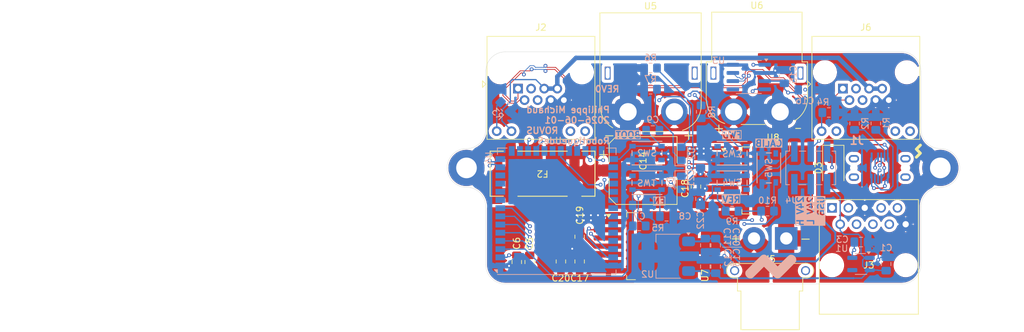
<source format=kicad_pcb>
(kicad_pcb (version 20240108) (generator "pcbnew") (generator_version "8.0")
  (layers (0 "F.Cu" signal) (1 "In1.Cu" signal) (2 "In2.Cu" signal) (31 "B.Cu" signal) (34 "B.Paste" user) (35 "F.Paste" user) (36 "B.SilkS" user "B.Silkscreen") (37 "F.SilkS" user "F.Silkscreen") (38 "B.Mask" user) (39 "F.Mask" user) (44 "Edge.Cuts" user))
  (property "AUTHOR" "Philippe Michaud")
  (property "GROUP_NAME" "RobotiqueUdeS")
  (property "REVISION" "0")
  (property "TEAM" "ROVUS")
  (net 0 "")
  (net 1 "GND")
  (net 2 "+5V")
  (net 3 "+3.3V")
  (net 4 "/board/esp32/EN_PB")
  (net 5 "/board/esp32/BOOT_PB")
  (net 6 "+24V")
  (net 7 "+24V_H")
  (net 8 "/board/motor_driver/M_OUT_B")
  (net 9 "/board/motor_driver/M_OUT_A")
  (net 10 "Net-(D1-K)")
  (net 12 "Net-(D2-K)")
  (net 13 "LED_CAN")
  (net 14 "Net-(D3-K)")
  (net 15 "+5V_USB")
  (net 17 "USB_P")
  (net 18 "Net-(J1-CC1)")
  (net 19 "Net-(J1-CC2)")
  (net 21 "USB_N")
  (net 23 "+24V_L")
  (net 24 "CAN_N")
  (net 25 "CAN_P")
  (net 26 "POT_ANAL")
  (net 27 "ENC_MOSI")
  (net 28 "ENC_CS")
  (net 29 "ENC_MISO")
  (net 31 "ENC_SCLK")
  (net 32 "PB_FWD")
  (net 33 "PB_REV")
  (net 34 "PB_CALIB")
  (net 38 "CAN_RX")
  (net 39 "CAN_TX")
  (net 57 "Net-(U5-+)")
  (net 58 "M_EN_A")
  (net 59 "M_IN_A")
  (net 60 "M_IN_B")
  (net 61 "M_EN_B")
  (net 71 "Net-(J2-G_L-)")
  (net 75 "Net-(J6-G_L-)")
  (footprint "Capacitor_SMD:CP_Elec_10x12.6" (layer "F.Cu") (at 57.4 40.5)
    (property "Reference" "C14")
    (property "Value" "470uF")
  )
  (footprint "RoverFootprint:AMASS_XT30PW-F_1x02_P2.50mm_Horizontal" (layer "F.Cu") (at 79.6 51.0375 180)
    (property "Reference" "J5")
    (property "Value" "XT30PW-F")
  )
  (footprint "Capacitor_SMD:C_0805_2012Metric_Pad1.18x1.45mm_HandSolder" (layer "F.Cu") (at 47.55 50.775 -90)
    (property "Reference" "C19")
    (property "Value" "220nF")
  )
  (footprint "Capacitor_SMD:C_0805_2012Metric_Pad1.18x1.45mm_HandSolder" (layer "F.Cu") (at 37.8 54.7 -90)
    (property "Reference" "C6")
    (property "Value" "100nF")
  )
  (footprint "Package_TO_SOT_SMD:TO-263-7_TabPin4" (layer "F.Cu") (at 59.675 52.2375)
    (property "Reference" "U7")
    (property "Value" "IFX007TAUMA1")
  )
  (footprint "RoverFootprint:AMASS_XT60PW-F_1x02_P7.20mm_Horizontal" (layer "F.Cu") (at 78.65 31.4)
    (property "Reference" "U6")
    (property "Value" "XT60PM-F")
  )
  (footprint "Diode_SMD:D_SMA" (layer "F.Cu") (at 86.9 40.1 -90)
    (property "Reference" "D3")
    (property "Value" "40V")
  )
  (footprint "MountingHole:MountingHole_3.2mm_M3_DIN965_Pad_TopBottom" (layer "F.Cu") (at 103.5 40.1)
    (property "Reference" "H3" (hide yes))
    (property "Value" "MountingHole_Pad")
  )
  (footprint "Package_TO_SOT_SMD:TO-263-7_TabPin4" (layer "F.Cu") (at 77.55 42.0375)
    (property "Reference" "U8")
    (property "Value" "IFX007TAUMA1")
  )
  (footprint "RoverFootprint:ETH-RJHSE5081" (layer "F.Cu") (at 88.39 27.8)
    (property "Reference" "J6")
    (property "Value" "ETH-RJHSE5081" (hide yes))
  )
  (footprint "MountingHole:MountingHole_3.2mm_M3_DIN965_Pad_TopBottom" (layer "F.Cu") (at 30 40.1)
    (property "Reference" "H1" (hide yes))
    (property "Value" "MountingHole_Pad")
  )
  (footprint "RoverFootprint:FuseHolder-3588-20" (layer "F.Cu") (at 41.8 41 180)
    (property "Reference" "F2")
    (property "Value" "15A" (hide yes))
  )
  (footprint "Capacitor_SMD:C_0805_2012Metric_Pad1.18x1.45mm_HandSolder" (layer "F.Cu") (at 47.55 54.6125 90)
    (property "Reference" "C17")
    (property "Value" "100nF")
  )
  (footprint "LOGO" (layer "F.Cu") (at 100.260877 37.735502 180)
    (property "Reference" "G***" (hide yes))
    (property "Value" "LOGO" (hide yes))
  )
  (footprint "RoverFootprint:RJ50-SS-641010-A-NF-A111" (layer "F.Cu") (at 92.415 55.1875)
    (property "Reference" "J3")
    (property "Value" "RJ50-SS-641010-A-NF-A111")
  )
  (footprint "RoverFootprint:ETH-RJHSE5081" (layer "F.Cu") (at 37.99 27.8)
    (property "Reference" "J2")
    (property "Value" "ETH-RJHSE5081" (hide yes))
  )
  (footprint "Capacitor_SMD:C_0805_2012Metric_Pad1.18x1.45mm_HandSolder" (layer "F.Cu") (at 39.8 54.7 -90)
    (property "Reference" "C5")
    (property "Value" "22uF")
  )
  (footprint "Capacitor_SMD:C_0805_2012Metric_Pad1.18x1.45mm_HandSolder" (layer "F.Cu") (at 65.6 43 90)
    (property "Reference" "C18")
    (property "Value" "220nF")
  )
  (footprint "Capacitor_SMD:C_0805_2012Metric_Pad1.18x1.45mm_HandSolder" (layer "F.Cu") (at 44.65 54.6125 90)
    (property "Reference" "C20")
    (property "Value" "220nF")
  )
  (footprint "RoverFootprint:AMASS_XT60PW-M_1x02_P7.20mm_Horizontal" (layer "F.Cu") (at 55.05 31.4)
    (property "Reference" "U5")
    (property "Value" "XT60PW-M")
  )
  (footprint "RoverFootprint:USB4145_GCT" (layer "B.Cu") (at 94.1 40.1)
    (property "Reference" "J1")
    (property "Value" "USB_C_USB4105-GF-A" (hide yes))
  )
  (footprint "Capacitor_SMD:C_0805_2012Metric_Pad1.18x1.45mm_HandSolder" (layer "B.Cu") (at 79.3 25.9375 90)
    (property "Reference" "C15")
    (property "Value" "100nF")
  )
  (footprint "Package_TO_SOT_SMD:SOT-223-3_TabPin2" (layer "B.Cu") (at 61.3 53.8 180)
    (property "Reference" "U2")
    (property "Value" "LDO-LM7805MPX/NOPB")
  )
  (footprint "RoverFootprint:SW-PTS815 SJM250SMTRLFS" (layer "B.Cu") (at 71.2 42.4 180)
    (property "Reference" "SW4")
    (property "Value" "SW-PTS815SJM250SMTRLFS")
  )
  (footprint "LED_SMD:LED_0805_2012Metric_Pad1.15x1.40mm_HandSolder" (layer "B.Cu") (at 63.3 37.9 90)
    (property "Reference" "D2")
    (property "Value" "B")
  )
  (footprint "RF_Module:ESP32-S3-WROOM-1U" (layer "B.Cu") (at 44 46.825)
    (property "Reference" "U4")
    (property "Value" "ESP32-S3-WROVER")
  )
  (footprint "Capacitor_SMD:C_0805_2012Metric_Pad1.18x1.45mm_HandSolder" (layer "B.Cu") (at 95.1 55 90)
    (property "Reference" "C1")
    (property "Value" "10uF")
  )
  (footprint "LED_SMD:LED_0805_2012Metric_Pad1.15x1.40mm_HandSolder" (layer "B.Cu") (at 63.3 42.4 -90)
    (property "Reference" "D1")
    (property "Value" "B")
  )
  (footprint "Resistor_SMD:R_0805_2012Metric_Pad1.20x1.40mm_HandSolder" (layer "B.Cu") (at 58.55 27.9)
    (property "Reference" "R7")
    (property "Value" "1k")
  )
  (footprint "Capacitor_SMD:C_0805_2012Metric_Pad1.18x1.45mm_HandSolder" (layer "B.Cu") (at 82.5 28)
    (property "Reference" "C16")
    (property "Value" "10uF")
  )
  (footprint "Package_SO:SOIC-8_3.9x4.9mm_P1.27mm" (layer "B.Cu") (at 73.8 26 180)
    (property "Reference" "U3")
    (property "Value" "SN65HVD232")
  )
  (footprint "Resistor_SMD:R_0805_2012Metric_Pad1.20x1.40mm_HandSolder" (layer "B.Cu") (at 90.2 33.2 90)
    (property "Reference" "R2")
    (property "Value" "5.1k")
  )
  (footprint "RoverFootprint:SW-PTS815 SJM250SMTRLFS" (layer "B.Cu") (at 71.2 37.825001)
    (property "Reference" "SW3")
    (property "Value" "SW-PTS815SJM250SMTRLFS")
  )
  (footprint "Capacitor_SMD:C_0805_2012Metric_Pad1.18x1.45mm_HandSolder" (layer "B.Cu") (at 58.9 34.3 180)
    (property "Reference" "C9")
    (property "Value" "100nF")
  )
  (footprint "Capacitor_SMD:C_0805_2012Metric_Pad1.18x1.45mm_HandSolder" (layer "B.Cu") (at 68.65 55.4 90)
    (property "Reference" "C13")
    (property "Value" "10uF")
  )
  (footprint "Capacitor_SMD:C_0805_2012Metric_Pad1.18x1.45mm_HandSolder" (layer "B.Cu") (at 67.05 52.1 -90)
    (property "Reference" "C11")
    (property "Value" "10nF")
  )
  (footprint "Resistor_SMD:R_0805_2012Metric_Pad1.20x1.40mm_HandSolder" (layer "B.Cu") (at 93.5 33.2 90)
    (property "Reference" "R1")
    (property "Value" "5.1k")
  )
  (footprint "Capacitor_SMD:C_0805_2012Metric_Pad1.18x1.45mm_HandSolder" (layer "B.Cu") (at 66.3 41.1 -90)
    (property "Reference" "C21")
    (property "Value" "220nF")
  )
  (footprint "Capacitor_SMD:C_0805_2012Metric_Pad1.18x1.45mm_HandSolder" (layer "B.Cu") (at 91.2 51.6)
    (property "Reference" "C3")
    (property "Value" "10uF")
  )
  (footprint "Resistor_SMD:R_0805_2012Metric_Pad1.20x1.40mm_HandSolder" (layer "B.Cu") (at 56.8 49.1 180)
    (property "Reference" "R5")
    (property "Value" "10k")
  )
  (footprint "LOGO" (layer "B.Cu") (at 77.435502 55.560877 90)
    (property "Reference" "G***" (hide yes))
    (property "Value" "LOGO" (hide yes))
  )
  (footprint "Capacitor_SMD:C_0805_2012Metric_Pad1.18x1.45mm_HandSolder" (layer "B.Cu") (at 68.65 52.1 -90)
    (property "Reference" "C10")
    (property "Value" "1uF")
  )
  (footprint "Package_TO_SOT_SMD:SOT-23-5_HandSoldering" (layer "B.Cu") (at 91.2 55 180)
    (property "Reference" "U1")
    (property "Value" "LDO-TLV74033PDBVR")
  )
  (footprint "Resistor_SMD:R_0805_2012Metric_Pad1.20x1.40mm_HandSolder" (layer "B.Cu") (at 86.2 31.5)
    (property "Reference" "R4")
    (property "Value" "1k")
  )
  (footprint "Resistor_SMD:R_0805_2012Metric_Pad1.20x1.40mm_HandSolder" (layer "B.Cu") (at 58.55 24.6)
    (property "Reference" "R6")
    (property "Value" "1k")
  )
  (footprint "RoverFootprint:SW-PTS815 SJM250SMTRLFS" (layer "B.Cu") (at 76.9 40.1 -90)
    (property "Reference" "SW5")
    (property "Value" "SW-PTS815SJM250SMTRLFS")
  )
  (footprint "Capacitor_SMD:C_0805_2012Metric_Pad1.18x1.45mm_HandSolder" (layer "B.Cu") (at 56.8 45.9)
    (property "Reference" "C7")
    (property "Value" "1uF")
  )
  (footprint "Resistor_SMD:R_0805_2012Metric_Pad1.20x1.40mm_HandSolder" (layer "B.Cu") (at 66.4 31.4 90)
    (property "Reference" "R8")
    (property "Value" "10k")
  )
  (footprint "RoverFootprint:SW-PTS815 SJM250SMTRLFS" (layer "B.Cu") (at 58 42.4)
    (property "Reference" "SW1")
    (property "Value" "SW-PTS815SJM250SMTRLFS")
  )
  (footprint "Resistor_SMD:R_0805_2012Metric_Pad1.20x1.40mm_HandSolder" (layer "B.Cu") (at 36 30.6 -45)
    (property "Reference" "R3")
    (property "Value" "1k")
  )
  (footprint "Resistor_SMD:R_0805_2012Metric_Pad1.20x1.40mm_HandSolder" (layer "B.Cu") (at 71.2 46.8)
    (property "Reference" "R9")
    (property "Value" "10k")
  )
  (footprint "Capacitor_SMD:C_0805_2012Metric_Pad1.18x1.45mm_HandSolder" (layer "B.Cu") (at 67.05 55.4 90)
    (property "Reference" "C12")
    (property "Value" "10uF")
  )
  (footprint "Capacitor_SMD:C_0805_2012Metric_Pad1.18x1.45mm_HandSolder" (layer "B.Cu") (at 61.0375 47.6 180)
    (property "Reference" "C8")
    (property "Value" "100nF")
  )
  (footprint "Resistor_SMD:R_0805_2012Metric_Pad1.20x1.40mm_HandSolder" (layer "B.Cu") (at 76.7 46.8 180)
    (property "Reference" "R10")
    (property "Value" "10k")
  )
  (footprint "RoverFootprint:SW-PTS815 SJM250SMTRLFS" (layer "B.Cu") (at 58 37.8 180)
    (property "Reference" "SW2")
    (property "Value" "SW-PTS815SJM250SMTRLFS")
  )
  (footprint "Connector_PinHeader_2.54mm:PinHeader_2x03_P2.54mm_Vertical_SMD" (layer "B.Cu") (at 83.4 40.1 -90)
    (property "Reference" "J4")
    (property "Value" "Conn_02x03_Odd_Even")
  )
  (footprint "Capacitor_SMD:C_0805_2012Metric_Pad1.18x1.45mm_HandSolder" (layer "B.Cu") (at 66.3 44.9 90)
    (property "Reference" "C22")
    (property "Value" "100nF")
  )
  (gr_line (start 69.7 52.4) (end 72.7 52.4) (stroke (width 0.1)) (layer "B.SilkS"))
  (gr_arc (start 30 43.1) (mid 27 40.1) (end 30 37.1) (stroke (width 0.05)) (layer "Edge.Cuts"))
  (gr_arc (start 33 25.1) (mid 33.87868 22.97868) (end 36 22.1) (stroke (width 0.05)) (layer "Edge.Cuts"))
  (gr_arc (start 97.5 22.1) (mid 99.62132 22.97868) (end 100.5 25.1) (stroke (width 0.05)) (layer "Edge.Cuts"))
  (gr_arc (start 100.5 55.1) (mid 99.62132 57.22132) (end 97.5 58.1) (stroke (width 0.05)) (layer "Edge.Cuts"))
  (gr_arc (start 100.5 46.1) (mid 101.37868 43.97868) (end 103.5 43.1) (stroke (width 0.05)) (layer "Edge.Cuts"))
  (gr_arc (start 36 58.1) (mid 33.87868 57.22132) (end 33 55.1) (stroke (width 0.05)) (layer "Edge.Cuts"))
  (gr_arc (start 33 34.1) (mid 32.12132 36.22132) (end 30 37.1) (stroke (width 0.05)) (layer "Edge.Cuts"))
  (gr_arc (start 103.5 37.1) (mid 101.37868 36.22132) (end 100.5 34.1) (stroke (width 0.05)) (layer "Edge.Cuts"))
  (gr_line (start 100.5 46.1) (end 100.5 55.1) (stroke (width 0.05)) (layer "Edge.Cuts"))
  (gr_arc (start 103.5 37.1) (mid 106.5 40.1) (end 103.5 43.1) (stroke (width 0.05)) (layer "Edge.Cuts"))
  (gr_line (start 33 46.1) (end 33 55.1) (stroke (width 0.05)) (layer "Edge.Cuts"))
  (gr_line (start 100.5 25.1) (end 100.5 34.1) (stroke (width 0.05)) (layer "Edge.Cuts"))
  (gr_arc (start 30 43.1) (mid 32.12132 43.97868) (end 33 46.1) (stroke (width 0.05)) (layer "Edge.Cuts"))
  (gr_line (start 33 25.1) (end 33 34.1) (stroke (width 0.05)) (layer "Edge.Cuts"))
  (gr_line (start 36 22.1) (end 97.5 22.1) (stroke (width 0.05)) (layer "Edge.Cuts"))
  (gr_line (start 97.5 58.1) (end 36 58.1) (stroke (width 0.05)) (layer "Edge.Cuts"))
  (gr_text "FWD" (at 71.2 35 0) (layer "B.SilkS" knockout) (effects (font (size 1 1) (thickness 0.2) (bold yes)) (justify mirror)))
  (gr_text "CALIB" (at 76.9 36.3 0) (layer "B.SilkS" knockout) (effects (font (size 1 1) (thickness 0.2) (bold yes)) (justify mirror)))
  (gr_text "EN" (at 59.9 45.3 0) (layer "B.SilkS" knockout) (effects (font (size 1 1) (thickness 0.2) (bold yes)) (justify mirror)))
  (gr_text "24V H\n24V L\nUSB" (at 83.4 44.4 90) (layer "B.SilkS" knockout) (effects (font (size 1 1) (thickness 0.2) (bold yes)) (justify left mirror)))
  (gr_text "  ${PROJECTNAME} REV${REVISION}\n\n	${AUTHOR}\n	${CURRENT_DATE}\n			${TEAM}\n	${GROUP_NAME}\n" (at 56.1 36.5 0) (layer "B.SilkS") (effects (font (size 1 1) (thickness 0.2) (bold yes)) (justify left bottom mirror)))
  (gr_text "REV" (at 71.1 45 0) (layer "B.SilkS" knockout) (effects (font (size 1 1) (thickness 0.2) (bold yes)) (justify mirror)))
  (gr_text "BOOT" (at 55.1 35 0) (layer "B.SilkS" knockout) (effects (font (size 1 1) (thickness 0.2) (bold yes)) (justify mirror)))
  (segment (start 39.8 55.7375) (end 37.8 55.7375) (width 0.2) (layer "F.Cu") (net 1))
  (segment (start 67 43.3075) (end 69.9 43.3075) (width 1) (layer "F.Cu") (net 1))
  (segment (start 37.0375 55.7375) (end 36.6 55.3) (width 0.2) (layer "F.Cu") (net 1))
  (segment (start 47.55 53.575) (end 47.3375 53.575) (width 1) (layer "F.Cu") (net 1))
  (segment (start 52.025 53.5075) (end 47.6175 53.5075) (width 1) (layer "F.Cu") (net 1))
  (segment (start 46.4 52.6375) (end 47.225 51.8125) (width 1) (layer "F.Cu") (net 1))
  (segment (start 47.55 51.8125) (end 47.55 53.575) (width 1) (layer "F.Cu") (net 1))
  (segment (start 47.225 51.8125) (end 47.55 51.8125) (width 1) (layer "F.Cu") (net 1))
  (segment (start 47.6175 53.5075) (end 47.55 53.575) (width 1) (layer "F.Cu") (net 1))
  (segment (start 47.3375 53.575) (end 46.4 52.6375) (width 1) (layer "F.Cu") (net 1))
  (segment (start 37.8 55.7375) (end 37.0375 55.7375) (width 0.2) (layer "F.Cu") (net 1))
  (via (at 71.2 37.1) (size 0.6) (drill 0.3) (layers "F.Cu" "B.Cu") (net 1))
  (via (at 66.8 37.1) (size 0.6) (drill 0.3) (layers "F.Cu" "B.Cu") (net 1))
  (via (at 70.1 37.1) (size 0.6) (drill 0.3) (layers "F.Cu" "B.Cu") (net 1))
  (via (at 82.55 27.9614) (size 0.6) (drill 0.3) (layers "F.Cu" "B.Cu") (net 1))
  (via (at 49.3 48.2375) (size 0.6) (drill 0.3) (layers "F.Cu" "B.Cu") (net 1))
  (via (at 51.5 47.4375) (size 0.6) (drill 0.3) (layers "F.Cu" "B.Cu") (net 1))
  (via (at 46.4 52.6375) (size 0.6) (drill 0.3) (layers "F.Cu" "B.Cu") (net 1))
  (via (at 65.8 37.9) (size 0.6) (drill 0.3) (layers "F.Cu" "B.Cu") (net 1))
  (via (at 48.2 48.2375) (size 0.6) (drill 0.3) (layers "F.Cu" "B.Cu") (net 1))
  (via (at 50.4 47.4375) (size 0.6) (drill 0.3) (layers "F.Cu" "B.Cu") (net 1))
  (via (at 60.2 37.9) (size 0.6) (drill 0.3) (layers "F.Cu" "B.Cu") (net 1))
  (via (at 47.1 47.4375) (size 0.6) (drill 0.3) (layers "F.Cu" "B.Cu") (net 1))
  (via (at 93.875645 54.350032) (size 0.6) (drill 0.3) (layers "F.Cu" "B.Cu") (net 1))
  (via (at 61.3 37.9) (size 0.6) (drill 0.3) (layers "F.Cu" "B.Cu") (net 1))
  (via (at 70 53.75) (size 0.6) (drill 0.3) (layers "F.Cu" "B.Cu") (net 1))
  (via (at 77.9 25) (size 0.6) (drill 0.3) (layers "F.Cu" "B.Cu") (net 1))
  (via (at 67.9 37.1) (size 0.6) (drill 0.3) (layers "F.Cu" "B.Cu") (net 1))
  (via (at 64.6 37.1) (size 0.6) (drill 0.3) (layers "F.Cu" "B.Cu") (net 1))
  (via (at 67 43.3075) (size 0.6) (drill 0.3) (layers "F.Cu" "B.Cu") (net 1))
  (via (at 66.8 37.9) (size 0.6) (drill 0.3) (layers "F.Cu" "B.Cu") (net 1))
  (via (at 48.2 47.4375) (size 0.6) (drill 0.3) (layers "F.Cu" "B.Cu") (net 1))
  (via (at 64.6 37.9) (size 0.6) (drill 0.3) (layers "F.Cu" "B.Cu") (net 1))
  (via (at 47.1 48.2375) (size 0.6) (drill 0.3) (layers "F.Cu" "B.Cu") (net 1))
  (via (at 65.8 37.1) (size 0.6) (drill 0.3) (layers "F.Cu" "B.Cu") (net 1))
  (via (at 61.3 38.8) (size 0.6) (drill 0.3) (layers "F.Cu" "B.Cu") (net 1))
  (via (at 49.3 47.4375) (size 0.6) (drill 0.3) (layers "F.Cu" "B.Cu") (net 1))
  (via (at 36.6 55.3) (size 0.6) (drill 0.3) (layers "F.Cu" "B.Cu") (net 1))
  (segment (start 35.315 55.3) (end 35.25 55.235) (width 0.2) (layer "B.Cu") (net 1))
  (segment (start 67 43.3075) (end 66.3 42.6075) (width 1) (layer "B.Cu") (net 1))
  (segment (start 94.263177 53.9625) (end 93.875645 54.350032) (width 0.2) (layer "B.Cu") (net 1))
  (segment (start 59.15 48.85) (end 59.15 48.347244) (width 0.2) (layer "B.Cu") (net 1))
  (segment (start 36.6 55.3) (end 35.315 55.3) (width 0.2) (layer "B.Cu") (net 1))
  (segment (start 92.2375 51.6) (end 93.875645 53.238145) (width 0.2) (layer "B.Cu") (net 1))
  (segment (start 79.3 24.9) (end 78 24.9) (width 0.2) (layer "B.Cu") (net 1))
  (segment (start 59.9375 34.3) (end 59.9375 33.9875) (width 0.2) (layer "B.Cu") (net 1))
  (segment (start 58.55 47.747244) (end 58.55 47.65) (width 0.2) (layer "B.Cu") (net 1))
  (segment (start 82.5886 28) (end 83.5375 28) (width 0.2) (layer "B.Cu") (net 1))
  (segment (start 92.55 55) (end 93.225677 55) (width 0.2) (layer "B.Cu") (net 1))
  (segment (start 58.85 32.9) (end 58.8 32.9) (width 0.2) (layer "B.Cu") (net 1))
  (segment (start 93.225677 55) (end 93.875645 54.350032) (width 0.2) (layer "B.Cu") (net 1))
  (segment (start 67 43.3075) (end 66.855 43.3075) (width 1) (layer "B.Cu") (net 1))
  (segment (start 59.9375 33.9875) (end 59.45 33.5) (width 0.2) (layer "B.Cu") (net 1))
  (segment (start 93.875645 53.238145) (end 93.875645 54.350032) (width 0.2) (layer "B.Cu") (net 1))
  (segment (start 59.15 48.347244) (end 58.55 47.747244) (width 0.2) (layer "B.Cu") (net 1))
  (segment (start 66.855 43.3075) (end 66.3 43.8625) (width 1) (layer "B.Cu") (net 1))
  (segment (start 77.535 25.365) (end 77.9 25) (width 0.2) (layer "B.Cu") (net 1))
  (segment (start 59.45 33.5) (end 58.85 32.9) (width 0.2) (layer "B.Cu") (net 1))
  (segment (start 76.275 25.365) (end 77.535 25.365) (width 0.2) (layer "B.Cu") (net 1))
  (segment (start 78 24.9) (end 77.9 25) (width 0.2) (layer "B.Cu") (net 1))
  (segment (start 82.55 27.9614) (end 82.5886 28) (width 0.2) (layer "B.Cu") (net 1))
  (segment (start 66.3 42.6075) (end 66.3 42.1375) (width 1) (layer "B.Cu") (net 1))
  (segment (start 66.3 42.1375) (end 66.3 43.8625) (width 1) (layer "B.Cu") (net 1))
  (segment (start 95.1 53.9625) (end 94.263177 53.9625) (width 0.2) (layer "B.Cu") (net 1))
  (segment (start 92.55 55.95) (end 93.8 55.95) (width 0.2) (layer "B.Cu") (net 2))
  (segment (start 92.061424 55.95) (end 92.55 55.95) (width 0.2) (layer "B.Cu") (net 2))
  (segment (start 92.55 55.95) (end 91.3 57.2) (width 0.2) (layer "B.Cu") (net 2))
  (segment (start 91.3 57.2) (end 91.05 57.2) (width 0.2) (layer "B.Cu") (net 2))
  (segment (start 93.85 56) (end 95.0625 56) (width 0.2) (layer "B.Cu") (net 2))
  (segment (start 64.45 56.1) (end 66.7125 56.1) (width 0.3) (layer "B.Cu") (net 2))
  (segment (start 88.55 50.4) (end 90.8 50.4) (width 0.2) (layer "B.Cu") (net 2))
  (segment (start 68.65 56.4375) (end 69.425 57.2125) (width 0.3) (layer "B.Cu") (net 2))
  (segment (start 91.2 53.479999) (end 91.770001 54.05) (width 0.2) (layer "B.Cu") (net 2))
  (segment (start 91.770001 54.05) (end 91.47 54.350001) (width 0.2) (layer "B.Cu") (net 2))
  (segment (start 90.8 50.4) (end 91.2 50.8) (width 0.2) (layer "B.Cu") (net 2))
  (segment (start 91.05 57.2) (end 90.05 57.2) (width 0.2) (layer "B.Cu") (net 2))
  (segment (start 87.97 44.655) (end 85.94 42.625) (width 0.2) (layer "B.Cu") (net 2))
  (segment (start 87.97 48.8375) (end 87.97 49.82) (width 0.2) (layer "B.Cu") (net 2))
  (segment (start 67.05 56.4375) (end 68.65 56.4375) (width 0.3) (layer "B.Cu") (net 2))
  (segment (start 87.97 49.82) (end 88.55 50.4) (width 0.2) (layer "B.Cu") (net 2))
  (segment (start 93.8 55.95) (end 93.85 56) (width 0.2) (layer "B.Cu") (net 2))
  (segment (start 91.47 55.358576) (end 92.061424 55.95) (width 0.2) (layer "B.Cu") (net 2))
  (segment (start 95.0625 56) (end 95.1 56.0375) (width 0.2) (layer "B.Cu") (net 2))
  (segment (start 91.47 54.350001) (end 91.47 55.358576) (width 0.2) (layer "B.Cu") (net 2))
  (segment (start 69.425 57.2125) (end 90.0375 57.2125) (width 0.3) (layer "B.Cu") (net 2))
  (segment (start 87.97 48.8375) (end 87.97 44.655) (width 0.2) (layer "B.Cu") (net 2))
  (segment (start 91.2 50.8) (end 91.2 53.479999) (width 0.2) (layer "B.Cu") (net 2))
  (segment (start 66.7125 56.1) (end 67.05 56.4375) (width 0.3) (layer "B.Cu") (net 2))
  (segment (start 90.0375 57.2125) (end 90.05 57.2) (width 0.3) (layer "B.Cu") (net 2))
  (segment (start 92.55 54.05) (end 91.770001 54.05) (width 0.2) (layer "B.Cu") (net 2))
  (segment (start 36.6 53.65) (end 37.7875 53.65) (width 0.2) (layer "F.Cu") (net 3))
  (segment (start 37.8 53.6625) (end 39.8 53.6625) (width 0.2) (layer "F.Cu") (net 3))
  (segment (start 37.7875 53.65) (end 37.8 53.6625) (width 0.2) (layer "F.Cu") (net 3))
  (via (at 36.6 53.65) (size 0.6) (drill 0.3) (layers "F.Cu" "B.Cu") (net 3))
  (via (at 75.8 48.15) (size 0.6) (drill 0.3) (layers "F.Cu" "B.Cu") (net 3))
  (via (at 61.7 42.3) (size 0.6) (drill 0.3) (layers "F.Cu" "B.Cu") (net 3))
  (via (at 65.4 28.8) (size 0.6) (drill 0.3) (layers "F.Cu" "B.Cu") (net 3))
  (via (at 79.886308 28.413692) (size 0.6) (drill 0.3) (layers "F.Cu" "B.Cu") (net 3))
  (via (at 56.7 44.45) (size 0.6) (drill 0.3) (layers "F.Cu" "B.Cu") (net 3))
  (via (at 90.15 52.85) (size 0.6) (drill 0.3) (layers "F.Cu" "B.Cu") (net 3))
  (segment (start 72.2 46.8) (end 75.7 46.8) (width 0.2) (layer "B.Cu") (net 3))
  (segment (start 78.96 26.635) (end 79.3 26.975) (width 0.2) (layer "B.Cu") (net 3))
  (segment (start 57.8 49.1) (end 56.55 47.85) (width 0.2) (layer "B.Cu") (net 3))
  (segment (start 90.1625 52.8375) (end 90.15 52.85) (width 0.2) (layer "B.Cu") (net 3))
  (segment (start 81.048808 28.413692) (end 81.4625 28) (width 0.2) (layer "B.Cu") (net 3))
  (segment (start 62.825 43.425) (end 61.7 42.3) (width 0.2) (layer "B.Cu") (net 3))
  (segment (start 75.7 46.8) (end 75.7 48.05) (width 0.2) (layer "B.Cu") (net 3))
  (segment (start 36.285 53.965) (end 36.6 53.65) (width 0.2) (layer "B.Cu") (net 3))
  (segment (start 75.7 48.05) (end 75.8 48.15) (width 0.2) (layer "B.Cu") (net 3))
  (segment (start 79.886308 28.413692) (end 81.048808 28.413692) (width 0.2) (layer "B.Cu") (net 3))
  (segment (start 56.55 47.85) (end 56.55 46.709744) (width 0.2) (layer "B.Cu") (net 3))
  (segment (start 89.85 54.05) (end 89.85 53.15) (width 0.2) (layer "B.Cu") (net 3))
  (segment (start 56.65 46.609744) (end 56.65 44.5) (width 0.2) (layer "B.Cu") (net 3))
  (segment (start 56.55 46.709744) (end 56.65 46.609744) (width 0.2) (layer "B.Cu") (net 3))
  (segment (start 66.4 29.8) (end 65.4 28.8) (width 0.2) (layer "B.Cu") (net 3))
  (segment (start 90.1625 51.6) (end 90.1625 52.8375) (width 0.2) (layer "B.Cu") (net 3))
  (segment (start 79.886308 28.413692) (end 79.3 27.827384) (width 0.2) (layer "B.Cu") (net 3))
  (segment (start 79.3 27.827384) (end 79.3 26.975) (width 0.2) (layer "B.Cu") (net 3))
  (segment (start 63.3 43.425) (end 62.825 43.425) (width 0.2) (layer "B.Cu") (net 3))
  (segment (start 89.85 53.15) (end 90.15 52.85) (width 0.2) (layer "B.Cu") (net 3))
  (segment (start 76.275 26.635) (end 78.96 26.635) (width 0.2) (layer "B.Cu") (net 3))
  (segment (start 35.25 53.965) (end 36.285 53.965) (width 0.2) (layer "B.Cu") (net 3))
  (segment (start 66.4 30.4) (end 66.4 29.8) (width 0.2) (layer "B.Cu") (net 3))
  (segment (start 56.65 44.5) (end 56.7 44.45) (width 0.2) (layer "B.Cu") (net 3))
  (segment (start 55.7625 45.9) (end 55.7625 49.0625) (width 0.2) (layer "B.Cu") (net 4))
  (segment (start 55.8 49.1) (end 55 49.9) (width 0.2) (layer "B.Cu") (net 4))
  (segment (start 39.095 52.695) (end 35.25 52.695) (width 0.2) (layer "B.Cu") (net 4))
  (segment (start 55.749999 43.474999) (end 55.749999 43.600001) (width 0.2) (layer "B.Cu") (net 4))
  (segment (start 55.7625 49.0625) (end 55.8 49.1) (width 0.2) (layer "B.Cu") (net 4))
  (segment (start 60 47.6) (end 60 43.725) (width 0.2) (layer "B.Cu") (net 4))
  (segment (start 55.749999 43.474999) (end 60.250001 43.474999) (width 0.2) (layer "B.Cu") (net 4))
  (segment (start 55 56.05) (end 54.15 56.9) (width 0.2) (layer "B.Cu") (net 4))
  (segment (start 60 43.725) (end 60.250001 43.474999) (width 0.2) (layer "B.Cu") (net 4))
  (segment (start 55.749999 43.600001) (end 55.7625 43.612502) (width 0.2) (layer "B.Cu") (net 4))
  (segment (start 43.3 56.9) (end 39.095 52.695) (width 0.2) (layer "B.Cu") (net 4))
  (segment (start 55.7625 43.612502) (end 55.7625 45.9) (width 0.2) (layer "B.Cu") (net 4))
  (segment (start 55 49.9) (end 55 56.05) (width 0.2) (layer "B.Cu") (net 4))
  (segment (start 54.15 56.9) (end 43.3 56.9) (width 0.2) (layer "B.Cu") (net 4))
  (segment (start 53.75 38.725) (end 55.749999 36.725001) (width 0.2) (layer "B.Cu") (net 5))
  (segment (start 57.8625 34.3375) (end 60.250001 36.725001) (width 0.2) (layer "B.Cu") (net 5))
  (segment (start 52.75 38.725) (end 53.75 38.725) (width 0.2) (layer "B.Cu") (net 5))
  (segment (start 57.8625 34.3) (end 57.8625 34.3375) (width 0.2) (layer "B.Cu") (net 5))
  (segment (start 55.749999 36.725001) (end 60.250001 36.725001) (width 0.2) (layer "B.Cu") (net 5))
  (segment (start 87.2 51.6) (end 84.2 54.6) (width 0.3) (layer "B.Cu") (net 6))
  (segment (start 83.4 42.625) (end 83.4 46.3) (width 0.3) (layer "B.Cu") (net 6))
  (segment (start 64.45 51.5) (end 66.6125 51.5) (width 0.3) (layer "B.Cu") (net 6))
  (segment (start 66.6125 51.5) (end 67.05 51.0625) (width 0.3) (layer "B.Cu") (net 6))
  (segment (start 83.4 46.3) (end 87.2 50.1) (width 0.3) (layer "B.Cu") (net 6))
  (segment (start 87.2 50.1) (end 87.2 51.6) (width 0.3) (layer "B.Cu") (net 6))
  (segment (start 67.05 51.0625) (end 68.65 51.0625) (width 0.3) (layer "B.Cu") (net 6))
  (segment (start 72.1875 54.6) (end 68.65 51.0625) (width 0.3) (layer "B.Cu") (net 6))
  (segment (start 84.2 54.6) (end 72.1875 54.6) (width 0.3) (layer "B.Cu") (net 6))
  (segment (start 80.86 42.625) (end 83.4 42.625) (width 0.3) (layer "B.Cu") (net 6))
  (segment (start 67.05 51.0625) (end 67.05 50.7) (width 0.3) (layer "B.Cu") (net 6))
  (segment (start 65.6 44.425) (end 66.2125 45.0375) (width 1) (layer "F.Cu") (net 7))
  (segment (start 66.2125 45.0375) (end 67.0225 45.8475) (width 1) (layer "F.Cu") (net 7))
  (segment (start 67.0225 45.8475) (end 69.9 45.8475) (width 1) (layer "F.Cu") (net 7))
  (segment (start 65.6 44.0375) (end 65.6 44.425) (width 1) (layer "F.Cu") (net 7))
  (via (at 66.2125 45.0375) (size 0.6) (drill 0.3) (layers "F.Cu" "B.Cu") (net 7))
  (segment (start 66.3 45.2375) (end 66.2125 45.15) (width 1) (layer "B.Cu") (net 7))
  (segment (start 76.574102 40.15) (end 78.285 40.15) (width 0.2) (layer "B.Cu") (net 7))
  (segment (start 73.904703 42.819399) (end 76.574102 40.15) (width 0.2) (layer "B.Cu") (net 7))
  (segment (start 66.3 45.9375) (end 66.3 45.2375) (width 1) (layer "B.Cu") (net 7))
  (segment (start 78.285 40.15) (end 80.86 37.575) (width 0.2) (layer "B.Cu") (net 7))
  (segment (start 66.3 45.9375) (end 68.154699 44.082801) (width 0.2) (layer "B.Cu") (net 7))
  (segment (start 68.154699 44.082801) (end 68.154699 42.819399) (width 0.2) (layer "B.Cu") (net 7))
  (segment (start 68.154699 42.819399) (end 73.904703 42.819399) (width 0.2) (layer "B.Cu") (net 7))
  (segment (start 67.2875 42.0375) (end 69.9 42.0375) (width 1) (layer "F.Cu") (net 8))
  (segment (start 65.6 41.75) (end 66.3 41.05) (width 1) (layer "F.Cu") (net 8))
  (segment (start 66.3 41.05) (end 67.2875 42.0375) (width 1) (layer "F.Cu") (net 8))
  (segment (start 65.6 41.9625) (end 65.6 41.75) (width 1) (layer "F.Cu") (net 8))
  (via (at 66.3 41.05) (size 0.6) (drill 0.3) (layers "F.Cu" "B.Cu") (net 8))
  (segment (start 66.3 40.0625) (end 66.3 40.85) (width 1) (layer "B.Cu") (net 8))
  (segment (start 49.925798 52.2375) (end 52.025 52.2375) (width 0.7) (layer "F.Cu") (net 9))
  (segment (start 47.55 49.861702) (end 49.925798 52.2375) (width 0.7) (layer "F.Cu") (net 9))
  (segment (start 47.55 49.7375) (end 47.55 49.861702) (width 0.7) (layer "F.Cu") (net 9))
  (segment (start 44.65 53.575) (end 44.65 51.9125) (width 1) (layer "F.Cu") (net 9))
  (segment (start 44.65 51.9125) (end 46.825 49.7375) (width 1) (layer "F.Cu") (net 9))
  (segment (start 47.55 49.7375) (end 47.63793 49.7375) (width 1) (layer "F.Cu") (net 9))
  (segment (start 46.825 49.7375) (end 47.55 49.7375) (width 1) (layer "F.Cu") (net 9))
  (segment (start 65.2 36.851471) (end 65.1 36.751471) (width 0.2) (layer "B.Cu") (net 10))
  (segment (start 65.1 36.751471) (end 65.1 30.3) (width 0.2) (layer "B.Cu") (net 10))
  (segment (start 65.1 30.3) (end 59.55 24.75) (width 0.2) (layer "B.Cu") (net 10))
  (segment (start 63.3 41.375) (end 64 41.375) (width 0.2) (layer "B.Cu") (net 10))
  (segment (start 64 41.375) (end 65.2 40.175) (width 0.2) (layer "B.Cu") (net 10))
  (segment (start 59.55 24.75) (end 59.55 24.6) (width 0.2) (layer "B.Cu") (net 10))
  (segment (start 65.2 40.175) (end 65.2 36.851471) (width 0.2) (layer "B.Cu") (net 10))
  (segment (start 62.05 34.815256) (end 62.05 37.675) (width 0.2) (layer "B.Cu") (net 12))
  (segment (start 62.05 37.675) (end 63.3 38.925) (width 0.2) (layer "B.Cu") (net 12))
  (segment (start 59.55 27.9) (end 59.3 28.15) (width 0.2) (layer "B.Cu") (net 12))
  (segment (start 59.3 28.15) (end 59.3 32.1) (width 0.2) (layer "B.Cu") (net 12))
  (segment (start 60.509744 33.275) (end 62.05 34.815256) (width 0.2) (layer "B.Cu") (net 12))
  (segment (start 60.475 33.275) (end 60.509744 33.275) (width 0.2) (layer "B.Cu") (net 12))
  (segment (start 59.3 32.1) (end 60.475 33.275) (width 0.2) (layer "B.Cu") (net 12))
  (via (at 59.9 29.6) (size 0.6) (drill 0.3) (layers "F.Cu" "B.Cu") (net 13))
  (via (at 47.897101 36.20462) (size 0.6) (drill 0.3) (layers "F.Cu" "B.Cu") (net 13))
  (segment (start 47.175 36.926721) (end 47.175 37.475) (width 0.2) (layer "B.Cu") (net 13))
  (segment (start 63.223402 29.05) (end 64.6 30.426598) (width 0.2) (layer "B.Cu") (net 13))
  (segment (start 47.897101 36.20462) (end 47.175 36.926721) (width 0.2) (layer "B.Cu") (net 13))
  (segment (start 60.45 29.05) (end 63.223402 29.05) (width 0.2) (layer "B.Cu") (net 13))
  (segment (start 59.9 29.6) (end 60.45 29.05) (width 0.2) (layer "B.Cu") (net 13))
  (segment (start 64.6 30.426598) (end 64.6 35.575) (width 0.2) (layer "B.Cu") (net 13))
  (segment (start 64.6 35.575) (end 63.3 36.875) (width 0.2) (layer "B.Cu") (net 13))
  (segment (start 86.7 38.3) (end 86.9 38.1) (width 0.2) (layer "F.Cu") (net 14))
  (segment (start 86.7 40) (end 86.7 38.3) (width 0.2) (layer "F.Cu") (net 14))
  (via (at 86.7 40) (size 0.6) (drill 0.3) (layers "F.Cu" "B.Cu") (net 14))
  (segment (start 85.94 37.575) (end 86.7 38.335) (width 0.2) (layer "B.Cu") (net 14))
  (segment (start 86.7 38.335) (end 86.7 40) (width 0.2) (layer "B.Cu") (net 14))
  (segment (start 94.557268 43.242732) (end 94.9 42.9) (width 0.2) (layer "F.Cu") (net 15))
  (segment (start 93.207268 43.242732) (end 94.557268 43.242732) (width 0.2) (layer "F.Cu") (net 15))
  (segment (start 88.7 40.3) (end 86.9 42.1) (width 0.2) (layer "F.Cu") (net 15))
  (segment (start 94.849265 36.500735) (end 89.949265 36.500735) (width 0.2) (layer "F.Cu") (net 15))
  (segment (start 88.7 37.75) (end 88.7 40.3) (width 0.2) (layer "F.Cu") (net 15))
  (segment (start 89.949265 36.500735) (end 88.7 37.75) (width 0.2) (layer "F.Cu") (net 15))
  (via (at 94.9 42.9) (size 0.6) (drill 0.3) (layers "F.Cu" "B.Cu") (net 15))
  (via (at 93.207268 43.242732) (size 0.6) (drill 0.3) (layers "F.Cu" "B.Cu") (net 15))
  (via (at 94.849265 36.500735) (size 0.6) (drill 0.3) (layers "F.Cu" "B.Cu") (net 15))
  (segment (start 95.35 41.755) (end 95.499999 41.605001) (width 0.2) (layer "B.Cu") (net 15))
  (segment (start 94.9 42.9) (end 94.9 42.205) (width 0.2) (layer "B.Cu") (net 15))
  (segment (start 92.85 42.885464) (end 93.207268 43.242732) (width 0.2) (layer "B.Cu") (net 15))
  (segment (start 94.9 42.205) (end 95.35 41.755) (width 0.2) (layer "B.Cu") (net 15))
  (segment (start 95.35 37.00147) (end 95.35 38.445) (width 0.2) (layer "B.Cu") (net 15))
  (segment (start 92.7 38.595) (end 92.85 38.445) (width 0.2) (layer "B.Cu") (net 15))
  (segment (start 92.7 41.605) (end 92.7 38.595) (width 0.2) (layer "B.Cu") (net 15))
  (segment (start 94.849265 36.500735) (end 95.35 37.00147) (width 0.2) (layer "B.Cu") (net 15))
  (segment (start 92.85 41.755) (end 92.7 41.605) (width 0.2) (layer "B.Cu") (net 15))
  (segment (start 92.85 41.755) (end 92.85 42.885464) (width 0.2) (layer "B.Cu") (net 15))
  (segment (start 95.499999 38.594999) (end 95.35 38.445) (width 0.2) (layer "B.Cu") (net 15))
  (segment (start 95.499999 41.605001) (end 95.499999 38.594999) (width 0.2) (layer "B.Cu") (net 15))
  (segment (start 94.101671 40.460262) (end 94.088755 40.473178) (width 0.2052) (layer "F.Cu") (net 17))
  (via (at 94.088755 40.473178) (size 0.6) (drill 0.3) (layers "F.Cu" "B.Cu") (net 17))
  (via (at 94.101671 39.703175) (size 0.6) (drill 0.3) (layers "F.Cu" "B.Cu") (net 17))
  (via (at 33.6 38.9484) (size 0.6) (drill 0.3) (layers "F.Cu" "B.Cu") (net 17))
  (segment (start 94.35 39.454846) (end 94.35 38.445) (width 0.2) (layer "B.Cu") (net 17))
  (segment (start 33.6 38.9484) (end 33.7974 39.1458) (width 0.2052) (layer "B.Cu") (net 17))
  (segment (start 34.288589 39.1558) (end 34.5192 39.1558) (width 0.2052) (layer "B.Cu") (net 17))
  (segment (start 93.85 40.711933) (end 93.85 41.755) (width 0.2) (layer "B.Cu") (net 17))
  (segment (start 34.278589 39.1458) (end 34.288589 39.1558) (width 0.2052) (layer "B.Cu") (net 17))
  (segment (start 33.7974 39.1458) (end 34.278589 39.1458) (width 0.2052) (layer "B.Cu") (net 17))
  (segment (start 34.95 38.725) (end 35.25 38.725) (width 0.2052) (layer "B.Cu") (net 17))
  (segment (start 34.5192 39.1558) (end 34.95 38.725) (width 0.2052) (layer "B.Cu") (net 17))
  (segment (start 94.101671 39.703175) (end 94.35 39.454846) (width 0.2) (layer "B.Cu") (net 17))
  (segment (start 94.088755 40.473178) (end 93.85 40.711933) (width 0.2) (layer "B.Cu") (net 17))
  (segment (start 93.35 42.536934) (end 94.313066 43.5) (width 0.2) (layer "B.Cu") (net 18))
  (segment (start 93.35 41.755) (end 93.35 42.536934) (width 0.2) (layer "B.Cu") (net 18))
  (segment (start 95.55 43.5) (end 96.15 42.9) (width 0.2) (layer "B.Cu") (net 18))
  (segment (start 96.15 36.85) (end 93.5 34.2) (width 0.2) (layer "B.Cu") (net 18))
  (segment (start 94.313066 43.5) (end 95.55 43.5) (width 0.2) (layer "B.Cu") (net 18))
  (segment (start 96.15 42.9) (end 96.15 36.85) (width 0.2) (layer "B.Cu") (net 18))
  (segment (start 94.85 37.35) (end 94.85 38.445) (width 0.2) (layer "B.Cu") (net 19))
  (segment (start 90.2 34.2) (end 91.7 34.2) (width 0.2) (layer "B.Cu") (net 19))
  (segment (start 91.7 34.2) (end 94.85 37.35) (width 0.2) (layer "B.Cu") (net 19))
  (segment (start 93.390427 39.557688) (end 93.85074 39.097375) (width 0.2052) (layer "F.Cu") (net 21))
  (segment (start 93.390427 40.076352) (end 93.390427 39.557688) (width 0.2052) (layer "F.Cu") (net 21))
  (segment (start 94.8 39.544773) (end 94.8 40.1) (width 0.2052) (layer "F.Cu") (net 21))
  (segment (start 93.85074 39.097375) (end 94.352602 39.097375) (width 0.2052) (layer "F.Cu") (net 21))
  (segment (start 94.352602 39.097375) (end 94.8 39.544773) (width 0.2052) (layer "F.Cu") (net 21))
  (via (at 94.8 40.1) (size 0.6) (drill 0.3) (layers "F.Cu" "B.Cu") (net 21))
  (via (at 33.6 39.7516) (size 0.6) (drill 0.3) (layers "F.Cu" "B.Cu") (net 21))
  (via (at 93.390427 40.076352) (size 0.6) (drill 0.3) (layers "F.Cu" "B.Cu") (net 21))
  (segment (start 34.122302 39.5542) (end 34.132302 39.5642) (width 0.2052) (layer "B.Cu") (net 21))
  (segment (start 34.95 39.995) (end 35.25 39.995) (width 0.2052) (layer "B.Cu") (net 21))
  (segment (start 34.132302 39.5642) (end 34.5192 39.5642) (width 0.2052) (layer "B.Cu") (net 21))
  (segment (start 94.8 41.305) (end 94.8 40.1) (width 0.2) (layer "B.Cu") (net 21))
  (segment (start 94.35 41.755) (end 94.8 41.305) (width 0.2) (layer "B.Cu") (net 21))
  (segment (start 93.85 38.445) (end 93.390427 38.904573) (width 0.2) (layer "B.Cu") (net 21))
  (segment (start 33.6 39.7516) (end 33.7974 39.5542) (width 0.2052) (layer "B.Cu") (net 21))
  (segment (start 93.390427 38.904573) (end 93.390427 40.076352) (width 0.2) (layer "B.Cu") (net 21))
  (segment (start 33.7974 39.5542) (end 34.122302 39.5542) (width 0.2052) (layer "B.Cu") (net 21))
  (segment (start 34.5192 39.5642) (end 34.95 39.995) (width 0.2052) (layer "B.Cu") (net 21))
  (via (at 84.7 35.9) (size 0.6) (drill 0.3) (layers "F.Cu" "B.Cu") (net 23))
  (segment (start 36.98 34.3) (end 35.5 32.82) (width 0.2) (layer "B.Cu") (net 23))
  (segment (start 46.978375 23.035) (end 44.086 25.927375) (width 0.7) (layer "B.Cu") (net 23))
  (segment (start 87.689 23.035) (end 46.978375 23.035) (width 0.7) (layer "B.Cu") (net 23))
  (segment (start 44.086 25.927375) (end 44.086 27.8) (width 0.7) (layer "B.Cu") (net 23))
  (segment (start 92.454 27.8) (end 87.689 23.035) (width 0.7) (layer "B.Cu") (net 23))
  (segment (start 36.8 29.8) (end 36.8 26.7) (width 0.2) (layer "B.Cu") (net 23))
  (segment (start 35.5 32.82) (end 35.5 31.1) (width 0.2) (layer "B.Cu") (net 23))
  (segment (start 44.086 27.8) (end 42.054 27.8) (width 0.7) (layer "B.Cu") (net 23))
  (segment (start 37.1 26.4) (end 40.754 26.4) (width 0.2) (layer "B.Cu") (net 23))
  (segment (start 35.5 31.1) (end 36.8 29.8) (width 0.2) (layer "B.Cu") (net 23))
  (segment (start 40.754 26.4) (end 42.054 27.7) (width 0.2) (layer "B.Cu") (net 23))
  (segment (start 92.454 27.8) (end 94.486 27.8) (width 0.7) (layer "B.Cu") (net 23))
  (segment (start 83.4 37.575) (end 83.4 37.2) (width 0.2) (layer "B.Cu") (net 23))
  (segment (start 36.8 26.7) (end 37.1 26.4) (width 0.2) (layer "B.Cu") (net 23))
  (segment (start 83.4 37.2) (end 84.7 35.9) (width 0.2) (layer "B.Cu") (net 23))
  (segment (start 38.216275 29.58) (end 39.006 29.58) (width 0.1168) (layer "F.Cu") (net 24))
  (segment (start 82.203724 29.58) (end 89.406 29.58) (width 0.1168) (layer "F.Cu") (net 24))
  (segment (start 36.833724 30.06) (end 37.736275 30.06) (width 0.1168) (layer "F.Cu") (net 24))
  (segment (start 37.736275 30.06) (end 38.216275 29.58) (width 0.1168) (layer "F.Cu") (net 24))
  (segment (start 73.766276 25.16) (end 75.833724 25.16) (width 0.1168) (layer "F.Cu") (net 24))
  (segment (start 72.807875 27.66) (end 73.560001 26.907874) (width 0.1168) (layer "F.Cu") (net 24))
  (segment (start 39.860001 25.039999) (end 38.333725 25.039999) (width 0.1168) (layer "F.Cu") (net 24))
  (segment (start 73.560001 26.041599) (end 73.8016 25.8) (width 0.1168) (layer "F.Cu") (net 24))
  (segment (start 40.1 24.8) (end 39.860001 25.039999) (width 0.1168) (layer "F.Cu") (net 24))
  (segment (start 79.051349 26.427625) (end 82.203724 29.58) (width 0.1168) (layer "F.Cu") (net 24))
  (segment (start 42.491599 24.820001) (end 43.693725 24.820001) (width 0.1168) (layer "F.Cu") (net 24))
  (segment (start 35.64 28.866276) (end 36.833724 30.06) (width 0.1168) (layer "F.Cu") (net 24))
  (segment (start 46.533724 27.66) (end 72.807875 27.66) (width 0.1168) (layer "F.Cu") (net 24))
  (segment (start 73.8016 25.8) (end 73.560001 25.558401) (width 0.1168) (layer "F.Cu") (net 24))
  (segment (start 38.333725 25.039999) (end 35.64 27.733724) (width 0.1168) (layer "F.Cu") (net 24))
  (segment (start 75.833724 25.16) (end 77.101349 26.427625) (width 0.1168) (layer "F.Cu") (net 24))
  (segment (start 43.693725 24.820001) (end 46.533724 27.66) (width 0.1168) (layer "F.Cu") (net 24))
  (segment (start 77.101349 26.427625) (end 79.051349 26.427625) (width 0.1168) (layer "F.Cu") (net 24))
  (segment (start 73.560001 26.907874) (end 73.560001 26.041599) (width 0.1168) (layer "F.Cu") (net 24))
  (segment (start 42.25 25.0616) (end 42.491599 24.820001) (width 0.1168) (layer "F.Cu") (net 24))
  (segment (start 73.560001 25.558401) (end 73.560001 25.366275) (width 0.1168) (layer "F.Cu") (net 24))
  (segment (start 73.560001 25.366275) (end 73.766276 25.16) (width 0.1168) (layer "F.Cu") (net 24))
  (segment (start 35.64 27.733724) (end 35.64 28.866276) (width 0.1168) (layer "F.Cu") (net 24))
  (via (at 40.1 24.8) (size 0.6) (drill 0.3) (layers "F.Cu" "B.Cu") (net 24))
  (via (at 42.25 25.0616) (size 0.6) (drill 0.3) (layers "F.Cu" "B.Cu") (net 24))
  (via (at 73.8016 25.8) (size 0.6) (drill 0.3) (layers "F.Cu" "B.Cu") (net 24))
  (segment (start 40.12 24.82) (end 40.7 24.82) (width 0.1168) (layer "B.Cu") (net 24))
  (segment (start 73.8016 25.8) (end 72.9666 26.635) (width 0.1168) (layer "B.Cu") (net 24))
  (segment (start 40.1 24.8) (end 40.12 24.82) (width 0.1168) (layer "B.Cu") (net 24))
  (segment (start 42.008401 24.820001) (end 42.25 25.0616) (width 0.1168) (layer "B.Cu") (net 24))
  (segment (start 72.9666 26.635) (end 71.325 26.635) (width 0.1168) (layer "B.Cu") (net 24))
  (segment (start 40.700001 24.820001) (end 42.008401 24.820001) (width 0.1168) (layer "B.Cu") (net 24))
  (segment (start 40.7 24.82) (end 40.700001 24.820001) (width 0.1168) (layer "B.Cu") (net 24))
  (segment (start 73.239999 25.233725) (end 73.633724 24.84) (width 0.1168) (layer "F.Cu") (net 25))
  (segment (start 86.93 29.26) (end 88.39 27.8) (width 0.1168) (layer "F.Cu") (net 25))
  (segment (start 46.666276 27.34) (end 72.675325 27.34) (width 0.1168) (layer "F.Cu") (net 25))
  (segment (start 79.183901 26.107625) (end 82.336276 29.26) (width 0.1168) (layer "F.Cu") (net 25))
  (segment (start 75.966276 24.84) (end 77.233901 26.107625) (width 0.1168) (layer "F.Cu") (net 25))
  (segment (start 73.239999 26.041599) (end 72.9984 25.8) (width 0.1168) (layer "F.Cu") (net 25))
  (segment (start 37.99 29.353725) (end 37.603725 29.74) (width 0.1168) (layer "F.Cu") (net 25))
  (segment (start 38.466275 25.360001) (end 38.658401 25.360001) (width 0.1168) (layer "F.Cu") (net 25))
  (segment (start 37.99 27.8) (end 37.99 29.353725) (width 0.1168) (layer "F.Cu") (net 25))
  (segment (start 73.239999 25.558401) (end 73.239999 25.233725) (width 0.1168) (layer "F.Cu") (net 25))
  (segment (start 82.336276 29.26) (end 86.93 29.26) (width 0.1168) (layer "F.Cu") (net 25))
  (segment (start 37.603725 29.74) (end 36.966276 29.74) (width 0.1168) (layer "F.Cu") (net 25))
  (segment (start 35.96 28.733724) (end 35.96 27.866276) (width 0.1168) (layer "F.Cu") (net 25))
  (segment (start 35.96 27.866276) (end 38.466275 25.360001) (width 0.1168) (layer "F.Cu") (net 25))
  (segment (start 72.675325 27.34) (end 73.239999 26.775326) (width 0.1168) (layer "F.Cu") (net 25))
  (segment (start 36.966276 29.74) (end 35.96 28.733724) (width 0.1168) (layer "F.Cu") (net 25))
  (segment (start 42.25 24.2584) (end 42.491599 24.499999) (width 0.1168) (layer "F.Cu") (net 25))
  (segment (start 73.239999 26.775326) (end 73.239999 26.041599) (width 0.1168) (layer "F.Cu") (net 25))
  (segment (start 38.658401 25.360001) (end 38.9 25.6016) (width 0.1168) (layer "F.Cu") (net 25))
  (segment (start 42.491599 24.499999) (end 43.826275 24.499999) (width 0.1168) (layer "F.Cu") (net 25))
  (segment (start 73.633724 24.84) (end 75.966276 24.84) (width 0.1168) (layer "F.Cu") (net 25))
  (segment (start 77.233901 26.107625) (end 79.183901 26.107625) (width 0.1168) (layer "F.Cu") (net 25))
  (segment (start 72.9984 25.8) (end 73.239999 25.558401) (width 0.1168) (layer "F.Cu") (net 25))
  (segment (start 43.826275 24.499999) (end 46.666276 27.34) (width 0.1168) (layer "F.Cu") (net 25))
  (via (at 38.9 25.6016) (size 0.6) (drill 0.3) (layers "F.Cu" "B.Cu") (net 25))
  (via (at 72.9984 25.8) (size 0.6) (drill 0.3) (layers "F.Cu" "B.Cu") (net 25))
  (via (at 42.25 24.2584) (size 0.6) (drill 0.3) (layers "F.Cu" "B.Cu") (net 25))
  (segment (start 42.008401 24.499999) (end 42.25 24.2584) (width 0.1168) (layer "B.Cu") (net 25))
  (segment (start 40.7 24.5) (end 40.700001 24.499999) (width 0.1168) (layer "B.Cu") (net 25))
  (segment (start 40.700001 24.499999) (end 42.008401 24.499999) (width 0.1168) (layer "B.Cu") (net 25))
  (segment (start 38.9 25.6016) (end 38.9 25.205777) (width 0.1168) (layer "B.Cu") (net 25))
  (segment (start 72.566248 26.315) (end 72.324648 26.0734) (width 0.1168) (layer "B.Cu") (net 25))
  (segment (start 39.867377 24.2384) (end 40.4384 24.2384) (width 0.1168) (layer "B.Cu") (net 25))
  (segment (start 38.9 25.205777) (end 39.867377 24.2384) (width 0.1168) (layer "B.Cu") (net 25))
  (segment (start 72.834051 26.315) (end 72.566248 26.315) (width 0.1168) (layer "B.Cu") (net 25))
  (segment (start 72.0334 26.0734) (end 71.325 25.365) (width 0.1168) (layer "B.Cu") (net 25))
  (segment (start 72.9984 25.8) (end 72.9984 26.150651) (width 0.1168) (layer "B.Cu") (net 25))
  (segment (start 72.324648 26.0734) (end 72.0334 26.0734) (width 0.1168) (layer "B.Cu") (net 25))
  (segment (start 40.4384 24.2384) (end 40.7 24.5) (width 0.1168) (layer "B.Cu") (net 25))
  (segment (start 72.9984 26.150651) (end 72.834051 26.315) (width 0.1168) (layer "B.Cu") (net 25))
  (via (at 39.847058 49.152942) (size 0.6) (drill 0.3) (layers "F.Cu" "B.Cu") (net 26))
  (segment (start 35.25 46.345) (end 37.039116 46.345) (width 0.2) (layer "B.Cu") (net 26))
  (segment (start 37.039116 46.345) (end 39.847058 49.152942) (width 0.2) (layer "B.Cu") (net 26))
  (via (at 39.824263 51.675734) (size 0.6) (drill 0.3) (layers "F.Cu" "B.Cu") (net 27))
  (segment (start 35.25 50.155) (end 38.303529 50.155) (width 0.2) (layer "B.Cu") (net 27))
  (segment (start 38.303529 50.155) (end 39.824263 51.675734) (width 0.2) (layer "B.Cu") (net 27))
  (via (at 39.831973 49.986386) (size 0.6) (drill 0.3) (layers "F.Cu" "B.Cu") (net 28))
  (segment (start 35.25 47.615) (end 37.460587 47.615) (width 0.2) (layer "B.Cu") (net 28))
  (segment (start 37.460587 47.615) (end 39.831973 49.986386) (width 0.2) (layer "B.Cu") (net 28))
  (via (at 39.8 52.5) (size 0.6) (drill 0.3) (layers "F.Cu" "B.Cu") (net 29))
  (segment (start 35.25 51.425) (end 38.725 51.425) (width 0.2) (layer "B.Cu") (net 29))
  (segment (start 38.725 51.425) (end 39.8 52.5) (width 0.2) (layer "B.Cu") (net 29))
  (via (at 39.828671 50.831613) (size 0.6) (drill 0.3) (layers "F.Cu" "B.Cu") (net 31))
  (segment (start 35.25 48.885) (end 37.882058 48.885) (width 0.2) (layer "B.Cu") (net 31))
  (segment (start 37.882058 48.885) (end 39.828671 50.831613) (width 0.2) (layer "B.Cu") (net 31))
  (via (at 47.184478 35.841065) (size 0.6) (drill 0.3) (layers "F.Cu" "B.Cu") (net 32))
  (via (at 64.6 28.8) (size 0.6) (drill 0.3) (layers "F.Cu" "B.Cu") (net 32))
  (segment (start 65.1 28.2) (end 64.6 28.7) (width 0.2) (layer "B.Cu") (net 32))
  (segment (start 45.905 37.120543) (end 45.905 37.475) (width 0.2) (layer "B.Cu") (net 32))
  (segment (start 65.8 28.2) (end 65.1 28.2) (width 0.2) (layer "B.Cu") (net 32))
  (segment (start 67.4 29.8) (end 65.8 28.2) (width 0.2) (layer "B.Cu") (net 32))
  (segment (start 66.4 32.4) (end 67.75 32.4) (width 0.2) (layer "B.Cu") (net 32))
  (segment (start 67.75 32.4) (end 72.100002 36.750002) (width 0.2) (layer "B.Cu") (net 32))
  (segment (start 67.4 31.4) (end 67.4 29.8) (width 0.2) (layer "B.Cu") (net 32))
  (segment (start 64.6 28.7) (end 64.6 28.8) (width 0.2) (layer "B.Cu") (net 32))
  (segment (start 47.184478 35.841065) (end 45.905 37.120543) (width 0.2) (layer "B.Cu") (net 32))
  (segment (start 72.100002 36.750002) (end 73.450001 36.750002) (width 0.2) (layer "B.Cu") (net 32))
  (segment (start 66.4 32.4) (end 67.4 31.4) (width 0.2) (layer "B.Cu") (net 32))
  (via (at 51.4 41.95) (size 0.6) (drill 0.3) (layers "F.Cu" "B.Cu") (net 33))
  (via (at 74.3 48.2) (size 0.6) (drill 0.3) (layers "F.Cu" "B.Cu") (net 33))
  (segment (start 74.3 48.2) (end 71.6 48.2) (width 0.2) (layer "B.Cu") (net 33))
  (segment (start 51.4 43.405) (end 51.4 41.95) (width 0.2) (layer "B.Cu") (net 33))
  (segment (start 70.2 46.3) (end 68.949999 45.049999) (width 0.2) (layer "B.Cu") (net 33))
  (segment (start 70.2 46.8) (end 70.2 46.3) (width 0.2) (layer "B.Cu") (net 33))
  (segment (start 71.6 48.2) (end 70.2 46.8) (width 0.2) (layer "B.Cu") (net 33))
  (segment (start 52.75 43.805) (end 51.8 43.805) (width 0.2) (layer "B.Cu") (net 33))
  (segment (start 51.8 43.805) (end 51.4 43.405) (width 0.2) (layer "B.Cu") (net 33))
  (segment (start 68.949999 45.049999) (end 68.949999 43.474999) (width 0.2) (layer "B.Cu") (net 33))
  (via (at 73.1 48.8) (size 0.6) (drill 0.3) (layers "F.Cu" "B.Cu") (net 34))
  (via (at 50.8 42.7) (size 0.6) (drill 0.3) (layers "F.Cu" "B.Cu") (net 34))
  (segment (start 44.635 38.425) (end 44.635 37.475) (width 0.2) (layer "B.Cu") (net 34))
  (segment (start 77.7 47.5) (end 76.4 48.8) (width 0.2) (layer "B.Cu") (net 34))
  (segment (start 48.91 42.7) (end 44.635 38.425) (width 0.2) (layer "B.Cu") (net 34))
  (segment (start 76.4 48.8) (end 73.1 48.8) (width 0.2) (layer "B.Cu") (net 34))
  (segment (start 77.7 46.8) (end 77.7 42.625) (width 0.2) (layer "B.Cu") (net 34))
  (segment (start 77.7 42.625) (end 77.974999 42.350001) (width 0.2) (layer "B.Cu") (net 34))
  (segment (start 77.7 46.8) (end 77.7 47.5) (width 0.2) (layer "B.Cu") (net 34))
  (segment (start 50.8 42.7) (end 48.91 42.7) (width 0.2) (layer "B.Cu") (net 34))
  (via (at 74.5 24.1) (size 0.6) (drill 0.3) (layers "F.Cu" "B.Cu") (net 38))
  (via (at 39.727242 35.727242) (size 0.6) (drill 0.3) (layers "F.Cu" "B.Cu") (net 38))
  (segment (start 39.555 35.899484) (end 39.727242 35.727242) (width 0.2) (layer "B.Cu") (net 38))
  (segment (start 76.275 24.095) (end 74.505 24.095) (width 0.2) (layer "B.Cu") (net 38))
  (segment (start 39.555 37.475) (end 39.555 35.899484) (width 0.2) (layer "B.Cu") (net 38))
  (segment (start 74.505 24.095) (end 74.5 24.1) (width 0.2) (layer "B.Cu") (net 38))
  (via (at 42 35.8) (size 0.6) (drill 0.3) (layers "F.Cu" "B.Cu") (net 39))
  (via (at 74.4 28.21) (size 0.6) (drill 0.3) (layers "F.Cu" "B.Cu") (net 39))
  (segment (start 40.825 37.475) (end 40.825 36.975) (width 0.2) (layer "B.Cu") (net 39))
  (segment (start 76.275 27.905) (end 74.705 27.905) (width 0.2) (layer "B.Cu") (net 39))
  (segment (start 40.825 36.975) (end 42 35.8) (width 0.2) (layer "B.Cu") (net 39))
  (segment (start 74.705 27.905) (end 74.4 28.21) (width 0.2) (layer "B.Cu") (net 39))
  (segment (start 62.35 31.35) (end 62.25 31.25) (width 2.5) (layer "F.Cu") (net 57))
  (segment (start 49.9675 50.9675) (end 49.3 50.3) (width 0.2) (layer "F.Cu") (net 58))
  (segment (start 52.025 50.9675) (end 49.9675 50.9675) (width 0.2) (layer "F.Cu") (net 58))
  (via (at 49.3 50.3) (size 0.6) (drill 0.3) (layers "F.Cu" "B.Cu") (net 58))
  (segment (start 51.695 52.695) (end 52.75 52.695) (width 0.2) (layer "B.Cu") (net 58))
  (segment (start 49.3 50.3) (end 51.695 52.695) (width 0.2) (layer "B.Cu") (net 58))
  (segment (start 49.1975 49.6975) (end 52.025 49.6975) (width 0.2) (layer "F.Cu") (net 59))
  (segment (start 49 49.5) (end 49.1975 49.6975) (width 0.2) (layer "F.Cu") (net 59))
  (via (at 49 49.5) (size 0.6) (drill 0.3) (layers "F.Cu" "B.Cu") (net 59))
  (segment (start 52.75 53.965) (end 51.8 53.965) (width 0.2) (layer "B.Cu") (net 59))
  (segment (start 48.7 49.8) (end 49 49.5) (width 0.2) (layer "B.Cu") (net 59))
  (segment (start 48.7 50.865) (end 48.7 49.8) (width 0.2) (layer "B.Cu") (net 59))
  (segment (start 51.8 53.965) (end 48.7 50.865) (width 0.2) (layer "B.Cu") (net 59))
  (segment (start 64.875002 39.5) (end 69.8975 39.5) (width 0.2) (layer "F.Cu") (net 60))
  (segment (start 69.8975 39.5) (end 69.9 39.4975) (width 0.2) (layer "F.Cu") (net 60))
  (segment (start 64.5 39.200436) (end 64.575438 39.200436) (width 0.2) (layer "F.Cu") (net 60))
  (segment (start 64.575438 39.200436) (end 64.875002 39.5) (width 0.2) (layer "F.Cu") (net 60))
  (via (at 64.5 39.200436) (size 0.6) (drill 0.3) (layers "F.Cu" "B.Cu") (net 60))
  (via (at 51.2 38.9) (size 0.6) (drill 0.3) (layers "F.Cu" "B.Cu") (net 60))
  (segment (start 49.715 38.425) (end 50.19 38.9) (width 0.2) (layer "B.Cu") (net 60))
  (segment (start 49.715 37.475) (end 49.715 38.425) (width 0.2) (layer "B.Cu") (net 60))
  (segment (start 50.19 38.9) (end 51.2 38.9) (width 0.2) (layer "B.Cu") (net 60))
  (segment (start 64.526473 40) (end 64.626473 40.1) (width 0.2) (layer "F.Cu") (net 61))
  (segment (start 66.48137 40.1) (end 67.14887 40.7675) (width 0.2) (layer "F.Cu") (net 61))
  (segment (start 67.14887 40.7675) (end 69.9 40.7675) (width 0.2) (layer "F.Cu") (net 61))
  (segment (start 64.626473 40.1) (end 66.48137 40.1) (width 0.2) (layer "F.Cu") (net 61))
  (via (at 49.2 38.9) (size 0.6) (drill 0.3) (layers "F.Cu" "B.Cu") (net 61))
  (via (at 64.526473 40) (size 0.6) (drill 0.3) (layers "F.Cu" "B.Cu") (net 61))
  (segment (start 48.445 37.475) (end 48.445 38.145) (width 0.2) (layer "B.Cu") (net 61))
  (segment (start 48.445 38.145) (end 49.2 38.9) (width 0.2) (layer "B.Cu") (net 61))
  (segment (start 35.292893 29.892893) (end 34.7 30.485786) (width 0.2) (layer "B.Cu") (net 71))
  (segment (start 34.7 34.29) (end 34.69 34.3) (width 0.2) (layer "B.Cu") (net 71))
  (segment (start 34.7 30.485786) (end 34.7 34.29) (width 0.2) (layer "B.Cu") (net 71))
  (segment (start 85.09 34.4) (end 85.09 31.61) (width 0.2) (layer "B.Cu") (net 75))
  (segment (start 85.09 31.61) (end 85.2 31.5) (width 0.2) (layer "B.Cu") (net 75))
  (zone (net 57) (net_name "Net-(U5-+)") (layer "F.Cu") (priority 2) (connect_pads (clearance 0.5)) (min_thickness 0.25) (fill yes (thermal_gap 0.5) (thermal_bridge_width 2.5))
    (polygon (pts (xy 74.7 22) (xy 74.7 34.4) (xy 50.3 34.4) (xy 48.9 35.8) (xy 41.8 35.8) (xy 41.8 45.7) (xy 27 45.7) (xy 27 22)))
  )
  (zone (net 8) (net_name "/board/motor_driver/M_OUT_B") (layer "F.Cu") (priority 3) (connect_pads (clearance 0.5)) (min_thickness 0.25) (fill yes (thermal_gap 0.5) (thermal_bridge_width 2.5))
    (polygon (pts (xy 74.2 38.1) (xy 74.2 49.7) (xy 77 49.7) (xy 77 60) (xy 84.2 60) (xy 84.2 38.1)))
  )
  (zone (net 1) (net_name "GND") (layer "F.Cu") (priority 1) (connect_pads (clearance 0.5)) (min_thickness 0.25) (fill yes (thermal_gap 0.5) (thermal_bridge_width 2.5))
    (polygon (pts (xy 46.6 50.6375) (xy 46.6 46.9375) (xy 54.5 46.9375) (xy 54.5 49.0375) (xy 49.9 49.0375) (xy 48.3 50.6375)))
  )
  (zone (net 1) (net_name "GND") (layer "F.Cu") (priority 1) (connect_pads (clearance 0.5)) (min_thickness 0.25) (fill yes (thermal_gap 0.5) (thermal_bridge_width 2.5))
    (polygon (pts (xy 59.3 40.4375) (xy 59.3 36.7375) (xy 72.2 36.7375) (xy 72.2 38.8375) (xy 67.6 38.8375) (xy 66 40.4375)))
  )
  (zone (net 7) (net_name "+24V_H") (layer "F.Cu") (connect_pads (clearance 0.5)) (min_thickness 0.25) (fill yes (thermal_gap 0.5) (thermal_bridge_width 2.5))
    (polygon (pts (xy 27 22) (xy 106.5 22.1) (xy 106.5 63.7) (xy 27 63.6)))
  )
  (zone (net 9) (net_name "/board/motor_driver/M_OUT_A") (layer "F.Cu") (priority 3) (connect_pads (clearance 0.5)) (min_thickness 0.25) (fill yes (thermal_gap 0.5) (thermal_bridge_width 2.5))
    (polygon (pts (xy 56.2 48.6) (xy 56.2 60) (xy 77 60) (xy 77 49.7) (xy 66.1 49.7) (xy 66.1 48.6)))
  )
  (zone (net 1) (net_name "GND") (layers "In1.Cu" "B.Cu") (connect_pads (clearance 0.5)) (min_thickness 0.25) (fill yes (thermal_gap 0.5) (thermal_bridge_width 2.5))
    (polygon (pts (xy 27 22.1) (xy 106.5 22.1) (xy 106.5 63.7) (xy 27 63.7)))
  )
)
</source>
